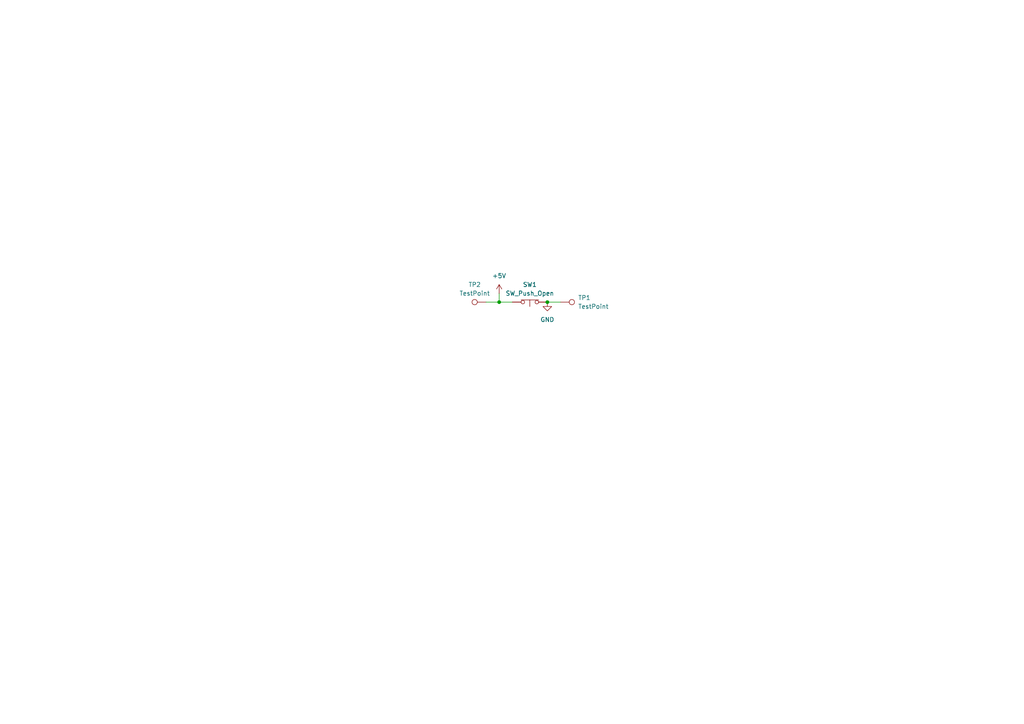
<source format=kicad_sch>
(kicad_sch
	(version 20250114)
	(generator "eeschema")
	(generator_version "9.0")
	(uuid "3d2a7c17-d4c8-4133-9234-6465f46674b7")
	(paper "A4")
	(lib_symbols
		(symbol "Connector:TestPoint"
			(pin_numbers
				(hide yes)
			)
			(pin_names
				(offset 0.762)
				(hide yes)
			)
			(exclude_from_sim no)
			(in_bom yes)
			(on_board yes)
			(property "Reference" "TP"
				(at 0 6.858 0)
				(effects
					(font
						(size 1.27 1.27)
					)
				)
			)
			(property "Value" "TestPoint"
				(at 0 5.08 0)
				(effects
					(font
						(size 1.27 1.27)
					)
				)
			)
			(property "Footprint" ""
				(at 5.08 0 0)
				(effects
					(font
						(size 1.27 1.27)
					)
					(hide yes)
				)
			)
			(property "Datasheet" "~"
				(at 5.08 0 0)
				(effects
					(font
						(size 1.27 1.27)
					)
					(hide yes)
				)
			)
			(property "Description" "test point"
				(at 0 0 0)
				(effects
					(font
						(size 1.27 1.27)
					)
					(hide yes)
				)
			)
			(property "ki_keywords" "test point tp"
				(at 0 0 0)
				(effects
					(font
						(size 1.27 1.27)
					)
					(hide yes)
				)
			)
			(property "ki_fp_filters" "Pin* Test*"
				(at 0 0 0)
				(effects
					(font
						(size 1.27 1.27)
					)
					(hide yes)
				)
			)
			(symbol "TestPoint_0_1"
				(circle
					(center 0 3.302)
					(radius 0.762)
					(stroke
						(width 0)
						(type default)
					)
					(fill
						(type none)
					)
				)
			)
			(symbol "TestPoint_1_1"
				(pin passive line
					(at 0 0 90)
					(length 2.54)
					(name "1"
						(effects
							(font
								(size 1.27 1.27)
							)
						)
					)
					(number "1"
						(effects
							(font
								(size 1.27 1.27)
							)
						)
					)
				)
			)
			(embedded_fonts no)
		)
		(symbol "Switch:SW_Push_Open"
			(pin_numbers
				(hide yes)
			)
			(pin_names
				(offset 1.016)
				(hide yes)
			)
			(exclude_from_sim no)
			(in_bom yes)
			(on_board yes)
			(property "Reference" "SW"
				(at 0 2.54 0)
				(effects
					(font
						(size 1.27 1.27)
					)
				)
			)
			(property "Value" "SW_Push_Open"
				(at 0 -1.905 0)
				(effects
					(font
						(size 1.27 1.27)
					)
				)
			)
			(property "Footprint" ""
				(at 0 5.08 0)
				(effects
					(font
						(size 1.27 1.27)
					)
					(hide yes)
				)
			)
			(property "Datasheet" "~"
				(at 0 5.08 0)
				(effects
					(font
						(size 1.27 1.27)
					)
					(hide yes)
				)
			)
			(property "Description" "Push button switch, push-to-open, generic, two pins"
				(at 0 0 0)
				(effects
					(font
						(size 1.27 1.27)
					)
					(hide yes)
				)
			)
			(property "ki_keywords" "switch normally-closed pushbutton push-button"
				(at 0 0 0)
				(effects
					(font
						(size 1.27 1.27)
					)
					(hide yes)
				)
			)
			(symbol "SW_Push_Open_0_1"
				(polyline
					(pts
						(xy -2.54 -0.635) (xy 2.54 -0.635)
					)
					(stroke
						(width 0)
						(type default)
					)
					(fill
						(type none)
					)
				)
				(circle
					(center -2.032 0)
					(radius 0.508)
					(stroke
						(width 0)
						(type default)
					)
					(fill
						(type none)
					)
				)
				(polyline
					(pts
						(xy 0 -0.635) (xy 0 1.27)
					)
					(stroke
						(width 0)
						(type default)
					)
					(fill
						(type none)
					)
				)
				(circle
					(center 2.032 0)
					(radius 0.508)
					(stroke
						(width 0)
						(type default)
					)
					(fill
						(type none)
					)
				)
				(pin passive line
					(at -5.08 0 0)
					(length 2.54)
					(name "A"
						(effects
							(font
								(size 1.27 1.27)
							)
						)
					)
					(number "1"
						(effects
							(font
								(size 1.27 1.27)
							)
						)
					)
				)
			)
			(symbol "SW_Push_Open_1_1"
				(pin passive line
					(at 5.08 0 180)
					(length 2.54)
					(name "B"
						(effects
							(font
								(size 1.27 1.27)
							)
						)
					)
					(number "2"
						(effects
							(font
								(size 1.27 1.27)
							)
						)
					)
				)
			)
			(embedded_fonts no)
		)
		(symbol "power:+5V"
			(power)
			(pin_numbers
				(hide yes)
			)
			(pin_names
				(offset 0)
				(hide yes)
			)
			(exclude_from_sim no)
			(in_bom yes)
			(on_board yes)
			(property "Reference" "#PWR"
				(at 0 -3.81 0)
				(effects
					(font
						(size 1.27 1.27)
					)
					(hide yes)
				)
			)
			(property "Value" "+5V"
				(at 0 3.556 0)
				(effects
					(font
						(size 1.27 1.27)
					)
				)
			)
			(property "Footprint" ""
				(at 0 0 0)
				(effects
					(font
						(size 1.27 1.27)
					)
					(hide yes)
				)
			)
			(property "Datasheet" ""
				(at 0 0 0)
				(effects
					(font
						(size 1.27 1.27)
					)
					(hide yes)
				)
			)
			(property "Description" "Power symbol creates a global label with name \"+5V\""
				(at 0 0 0)
				(effects
					(font
						(size 1.27 1.27)
					)
					(hide yes)
				)
			)
			(property "ki_keywords" "global power"
				(at 0 0 0)
				(effects
					(font
						(size 1.27 1.27)
					)
					(hide yes)
				)
			)
			(symbol "+5V_0_1"
				(polyline
					(pts
						(xy -0.762 1.27) (xy 0 2.54)
					)
					(stroke
						(width 0)
						(type default)
					)
					(fill
						(type none)
					)
				)
				(polyline
					(pts
						(xy 0 2.54) (xy 0.762 1.27)
					)
					(stroke
						(width 0)
						(type default)
					)
					(fill
						(type none)
					)
				)
				(polyline
					(pts
						(xy 0 0) (xy 0 2.54)
					)
					(stroke
						(width 0)
						(type default)
					)
					(fill
						(type none)
					)
				)
			)
			(symbol "+5V_1_1"
				(pin power_in line
					(at 0 0 90)
					(length 0)
					(name "~"
						(effects
							(font
								(size 1.27 1.27)
							)
						)
					)
					(number "1"
						(effects
							(font
								(size 1.27 1.27)
							)
						)
					)
				)
			)
			(embedded_fonts no)
		)
		(symbol "power:GND"
			(power)
			(pin_numbers
				(hide yes)
			)
			(pin_names
				(offset 0)
				(hide yes)
			)
			(exclude_from_sim no)
			(in_bom yes)
			(on_board yes)
			(property "Reference" "#PWR"
				(at 0 -6.35 0)
				(effects
					(font
						(size 1.27 1.27)
					)
					(hide yes)
				)
			)
			(property "Value" "GND"
				(at 0 -3.81 0)
				(effects
					(font
						(size 1.27 1.27)
					)
				)
			)
			(property "Footprint" ""
				(at 0 0 0)
				(effects
					(font
						(size 1.27 1.27)
					)
					(hide yes)
				)
			)
			(property "Datasheet" ""
				(at 0 0 0)
				(effects
					(font
						(size 1.27 1.27)
					)
					(hide yes)
				)
			)
			(property "Description" "Power symbol creates a global label with name \"GND\" , ground"
				(at 0 0 0)
				(effects
					(font
						(size 1.27 1.27)
					)
					(hide yes)
				)
			)
			(property "ki_keywords" "global power"
				(at 0 0 0)
				(effects
					(font
						(size 1.27 1.27)
					)
					(hide yes)
				)
			)
			(symbol "GND_0_1"
				(polyline
					(pts
						(xy 0 0) (xy 0 -1.27) (xy 1.27 -1.27) (xy 0 -2.54) (xy -1.27 -1.27) (xy 0 -1.27)
					)
					(stroke
						(width 0)
						(type default)
					)
					(fill
						(type none)
					)
				)
			)
			(symbol "GND_1_1"
				(pin power_in line
					(at 0 0 270)
					(length 0)
					(name "~"
						(effects
							(font
								(size 1.27 1.27)
							)
						)
					)
					(number "1"
						(effects
							(font
								(size 1.27 1.27)
							)
						)
					)
				)
			)
			(embedded_fonts no)
		)
	)
	(junction
		(at 144.78 87.63)
		(diameter 0)
		(color 0 0 0 0)
		(uuid "8607b73c-43d1-4b22-bef6-4bdaba17e789")
	)
	(junction
		(at 158.75 87.63)
		(diameter 0)
		(color 0 0 0 0)
		(uuid "ae1691b2-bd7f-4de3-b9a3-77a9dc35a7c7")
	)
	(wire
		(pts
			(xy 140.97 87.63) (xy 144.78 87.63)
		)
		(stroke
			(width 0)
			(type default)
		)
		(uuid "2ee2a6cf-c1e0-493f-a9ad-cdc58094b0bc")
	)
	(wire
		(pts
			(xy 158.75 87.63) (xy 162.56 87.63)
		)
		(stroke
			(width 0)
			(type default)
		)
		(uuid "929b882e-b942-4dee-bebc-d53ce4b10ed6")
	)
	(wire
		(pts
			(xy 144.78 87.63) (xy 148.59 87.63)
		)
		(stroke
			(width 0)
			(type default)
		)
		(uuid "c388bd2d-5063-4a6f-8b45-990297eb0fa7")
	)
	(wire
		(pts
			(xy 144.78 85.09) (xy 144.78 87.63)
		)
		(stroke
			(width 0)
			(type default)
		)
		(uuid "f22b3269-3c0a-4548-adba-85d81a5463ff")
	)
	(symbol
		(lib_id "power:GND")
		(at 158.75 87.63 0)
		(unit 1)
		(exclude_from_sim no)
		(in_bom yes)
		(on_board yes)
		(dnp no)
		(fields_autoplaced yes)
		(uuid "396ca0d4-60ec-4f82-be91-7cd7364dcb8d")
		(property "Reference" "#PWR02"
			(at 158.75 93.98 0)
			(effects
				(font
					(size 1.27 1.27)
				)
				(hide yes)
			)
		)
		(property "Value" "GND"
			(at 158.75 92.71 0)
			(effects
				(font
					(size 1.27 1.27)
				)
			)
		)
		(property "Footprint" ""
			(at 158.75 87.63 0)
			(effects
				(font
					(size 1.27 1.27)
				)
				(hide yes)
			)
		)
		(property "Datasheet" ""
			(at 158.75 87.63 0)
			(effects
				(font
					(size 1.27 1.27)
				)
				(hide yes)
			)
		)
		(property "Description" "Power symbol creates a global label with name \"GND\" , ground"
			(at 158.75 87.63 0)
			(effects
				(font
					(size 1.27 1.27)
				)
				(hide yes)
			)
		)
		(pin "1"
			(uuid "7c99222d-5b9a-455d-a9e2-2f04d9950780")
		)
		(instances
			(project "Konami Justifier Trigger"
				(path "/3d2a7c17-d4c8-4133-9234-6465f46674b7"
					(reference "#PWR02")
					(unit 1)
				)
			)
		)
	)
	(symbol
		(lib_id "Connector:TestPoint")
		(at 140.97 87.63 90)
		(unit 1)
		(exclude_from_sim no)
		(in_bom yes)
		(on_board yes)
		(dnp no)
		(fields_autoplaced yes)
		(uuid "3dcbb4af-96e9-402c-b180-e831e1c0f692")
		(property "Reference" "TP2"
			(at 137.668 82.55 90)
			(effects
				(font
					(size 1.27 1.27)
				)
			)
		)
		(property "Value" "TestPoint"
			(at 137.668 85.09 90)
			(effects
				(font
					(size 1.27 1.27)
				)
			)
		)
		(property "Footprint" "TestPoint:TestPoint_THTPad_D1.5mm_Drill0.7mm"
			(at 140.97 82.55 0)
			(effects
				(font
					(size 1.27 1.27)
				)
				(hide yes)
			)
		)
		(property "Datasheet" "~"
			(at 140.97 82.55 0)
			(effects
				(font
					(size 1.27 1.27)
				)
				(hide yes)
			)
		)
		(property "Description" "test point"
			(at 140.97 87.63 0)
			(effects
				(font
					(size 1.27 1.27)
				)
				(hide yes)
			)
		)
		(pin "1"
			(uuid "75938482-d6b6-4c62-acfd-537ae5d8d34b")
		)
		(instances
			(project ""
				(path "/3d2a7c17-d4c8-4133-9234-6465f46674b7"
					(reference "TP2")
					(unit 1)
				)
			)
		)
	)
	(symbol
		(lib_id "power:+5V")
		(at 144.78 85.09 0)
		(unit 1)
		(exclude_from_sim no)
		(in_bom yes)
		(on_board yes)
		(dnp no)
		(fields_autoplaced yes)
		(uuid "af150805-9d6c-4a9c-bfe8-03a1b09c231d")
		(property "Reference" "#PWR01"
			(at 144.78 88.9 0)
			(effects
				(font
					(size 1.27 1.27)
				)
				(hide yes)
			)
		)
		(property "Value" "+5V"
			(at 144.78 80.01 0)
			(effects
				(font
					(size 1.27 1.27)
				)
			)
		)
		(property "Footprint" ""
			(at 144.78 85.09 0)
			(effects
				(font
					(size 1.27 1.27)
				)
				(hide yes)
			)
		)
		(property "Datasheet" ""
			(at 144.78 85.09 0)
			(effects
				(font
					(size 1.27 1.27)
				)
				(hide yes)
			)
		)
		(property "Description" "Power symbol creates a global label with name \"+5V\""
			(at 144.78 85.09 0)
			(effects
				(font
					(size 1.27 1.27)
				)
				(hide yes)
			)
		)
		(pin "1"
			(uuid "4609d9de-3d8d-439a-95a7-6aecdebe279f")
		)
		(instances
			(project ""
				(path "/3d2a7c17-d4c8-4133-9234-6465f46674b7"
					(reference "#PWR01")
					(unit 1)
				)
			)
		)
	)
	(symbol
		(lib_id "Switch:SW_Push_Open")
		(at 153.67 87.63 180)
		(unit 1)
		(exclude_from_sim no)
		(in_bom yes)
		(on_board yes)
		(dnp no)
		(fields_autoplaced yes)
		(uuid "eea391fa-9aa5-41a4-972d-197494394435")
		(property "Reference" "SW1"
			(at 153.67 82.55 0)
			(effects
				(font
					(size 1.27 1.27)
				)
			)
		)
		(property "Value" "SW_Push_Open"
			(at 153.67 85.09 0)
			(effects
				(font
					(size 1.27 1.27)
				)
			)
		)
		(property "Footprint" "Button_Switch_THT:SW_PUSH_6mm_H4.3mm"
			(at 153.67 92.71 0)
			(effects
				(font
					(size 1.27 1.27)
				)
				(hide yes)
			)
		)
		(property "Datasheet" "~"
			(at 153.67 92.71 0)
			(effects
				(font
					(size 1.27 1.27)
				)
				(hide yes)
			)
		)
		(property "Description" "Push button switch, push-to-open, generic, two pins"
			(at 153.67 87.63 0)
			(effects
				(font
					(size 1.27 1.27)
				)
				(hide yes)
			)
		)
		(pin "1"
			(uuid "28488f3d-56a6-458f-a261-14368cd8e4b0")
		)
		(pin "2"
			(uuid "044fe5b3-4292-4725-96ae-2b625b474e13")
		)
		(instances
			(project ""
				(path "/3d2a7c17-d4c8-4133-9234-6465f46674b7"
					(reference "SW1")
					(unit 1)
				)
			)
		)
	)
	(symbol
		(lib_id "Connector:TestPoint")
		(at 162.56 87.63 270)
		(unit 1)
		(exclude_from_sim no)
		(in_bom yes)
		(on_board yes)
		(dnp no)
		(fields_autoplaced yes)
		(uuid "f0141b3f-1788-4107-b416-cde5c1963736")
		(property "Reference" "TP1"
			(at 167.64 86.3599 90)
			(effects
				(font
					(size 1.27 1.27)
				)
				(justify left)
			)
		)
		(property "Value" "TestPoint"
			(at 167.64 88.8999 90)
			(effects
				(font
					(size 1.27 1.27)
				)
				(justify left)
			)
		)
		(property "Footprint" "TestPoint:TestPoint_THTPad_D1.5mm_Drill0.7mm"
			(at 162.56 92.71 0)
			(effects
				(font
					(size 1.27 1.27)
				)
				(hide yes)
			)
		)
		(property "Datasheet" "~"
			(at 162.56 92.71 0)
			(effects
				(font
					(size 1.27 1.27)
				)
				(hide yes)
			)
		)
		(property "Description" "test point"
			(at 162.56 87.63 0)
			(effects
				(font
					(size 1.27 1.27)
				)
				(hide yes)
			)
		)
		(pin "1"
			(uuid "5f8c3992-d81b-43da-bf52-a2cf7e4cd67b")
		)
		(instances
			(project ""
				(path "/3d2a7c17-d4c8-4133-9234-6465f46674b7"
					(reference "TP1")
					(unit 1)
				)
			)
		)
	)
	(sheet_instances
		(path "/"
			(page "1")
		)
	)
	(embedded_fonts no)
)

</source>
